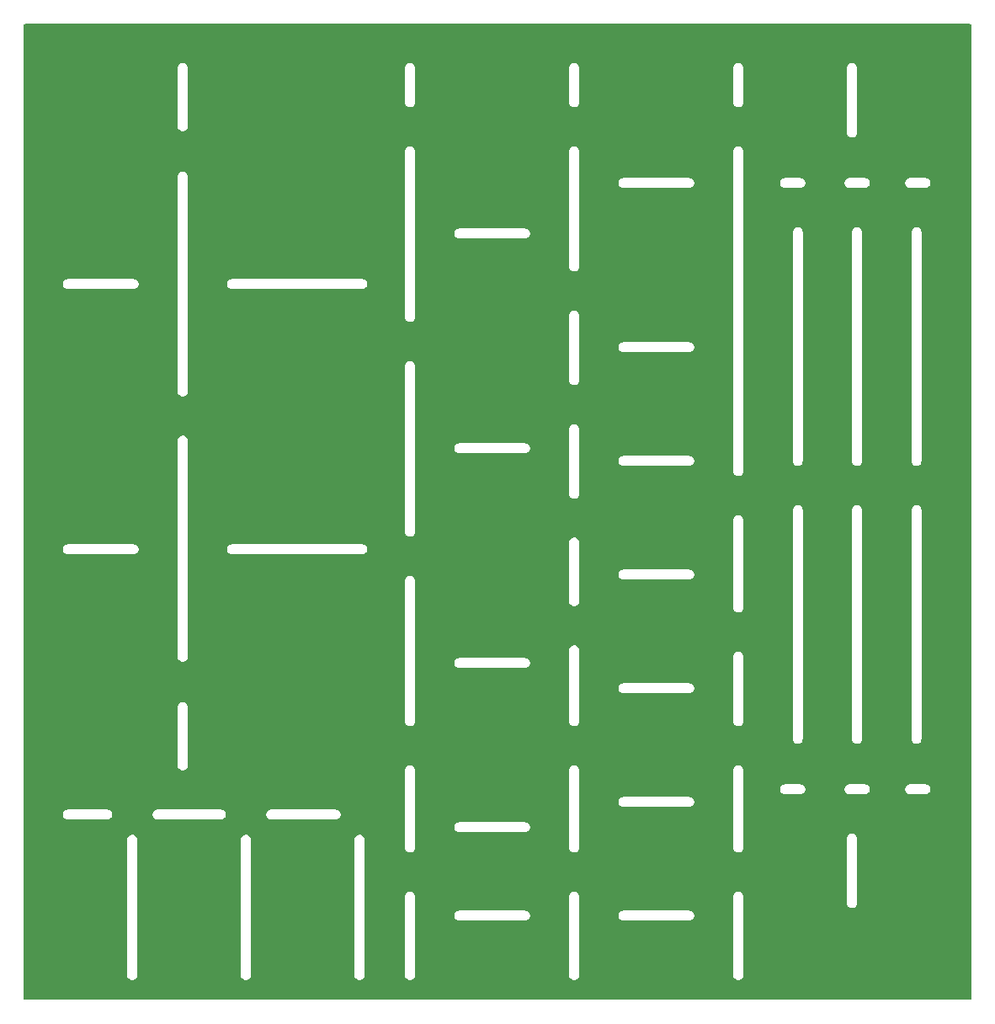
<source format=gts>
G04 #@! TF.GenerationSoftware,KiCad,Pcbnew,7.0.7-7.0.7~ubuntu22.04.1*
G04 #@! TF.CreationDate,2023-09-17T14:22:27+02:00*
G04 #@! TF.ProjectId,100x100mm_all,31303078-3130-4306-9d6d-5f616c6c2e6b,rev?*
G04 #@! TF.SameCoordinates,Original*
G04 #@! TF.FileFunction,Soldermask,Top*
G04 #@! TF.FilePolarity,Negative*
%FSLAX46Y46*%
G04 Gerber Fmt 4.6, Leading zero omitted, Abs format (unit mm)*
G04 Created by KiCad (PCBNEW 7.0.7-7.0.7~ubuntu22.04.1) date 2023-09-17 14:22:27*
%MOMM*%
%LPD*%
G01*
G04 APERTURE LIST*
G04 APERTURE END LIST*
G36*
X185921121Y-50439002D02*
G01*
X185967614Y-50492658D01*
X185979000Y-50545000D01*
X185979000Y-148388000D01*
X185958998Y-148456121D01*
X185905342Y-148502614D01*
X185853000Y-148514000D01*
X90804000Y-148514000D01*
X90735879Y-148493998D01*
X90689386Y-148440342D01*
X90678000Y-148388000D01*
X90678000Y-146050006D01*
X101092000Y-146050006D01*
X101112576Y-146193113D01*
X101112578Y-146193120D01*
X101172644Y-146324647D01*
X101267331Y-146433921D01*
X101388967Y-146512091D01*
X101388971Y-146512093D01*
X101527704Y-146552829D01*
X101672296Y-146552829D01*
X101811028Y-146512093D01*
X101811032Y-146512091D01*
X101932668Y-146433921D01*
X102027355Y-146324647D01*
X102087421Y-146193120D01*
X102087423Y-146193113D01*
X102107999Y-146050006D01*
X112522000Y-146050006D01*
X112542576Y-146193113D01*
X112542578Y-146193120D01*
X112602644Y-146324647D01*
X112697331Y-146433921D01*
X112818967Y-146512091D01*
X112818971Y-146512093D01*
X112957704Y-146552829D01*
X113102296Y-146552829D01*
X113241028Y-146512093D01*
X113241032Y-146512091D01*
X113362668Y-146433921D01*
X113457355Y-146324647D01*
X113517421Y-146193120D01*
X113517423Y-146193113D01*
X113537999Y-146050006D01*
X123952000Y-146050006D01*
X123972576Y-146193113D01*
X123972578Y-146193120D01*
X124032644Y-146324647D01*
X124127331Y-146433921D01*
X124248967Y-146512091D01*
X124248971Y-146512093D01*
X124387704Y-146552829D01*
X124532296Y-146552829D01*
X124671028Y-146512093D01*
X124671032Y-146512091D01*
X124792668Y-146433921D01*
X124887355Y-146324647D01*
X124947421Y-146193120D01*
X124947423Y-146193113D01*
X124967999Y-146050006D01*
X129032000Y-146050006D01*
X129052576Y-146193113D01*
X129052578Y-146193120D01*
X129112644Y-146324647D01*
X129207331Y-146433921D01*
X129328967Y-146512091D01*
X129328971Y-146512093D01*
X129467704Y-146552829D01*
X129612296Y-146552829D01*
X129751028Y-146512093D01*
X129751032Y-146512091D01*
X129872668Y-146433921D01*
X129967355Y-146324647D01*
X130027421Y-146193120D01*
X130027423Y-146193113D01*
X130047999Y-146050006D01*
X145542000Y-146050006D01*
X145562576Y-146193113D01*
X145562578Y-146193120D01*
X145622644Y-146324647D01*
X145717331Y-146433921D01*
X145838967Y-146512091D01*
X145838971Y-146512093D01*
X145977704Y-146552829D01*
X146122296Y-146552829D01*
X146261028Y-146512093D01*
X146261032Y-146512091D01*
X146382668Y-146433921D01*
X146477355Y-146324647D01*
X146537421Y-146193120D01*
X146537423Y-146193113D01*
X146557999Y-146050006D01*
X162052000Y-146050006D01*
X162072576Y-146193113D01*
X162072578Y-146193120D01*
X162132644Y-146324647D01*
X162227331Y-146433921D01*
X162348967Y-146512091D01*
X162348971Y-146512093D01*
X162487704Y-146552829D01*
X162632296Y-146552829D01*
X162771028Y-146512093D01*
X162771032Y-146512091D01*
X162892668Y-146433921D01*
X162987355Y-146324647D01*
X163047421Y-146193120D01*
X163047423Y-146193113D01*
X163067999Y-146050006D01*
X163068000Y-146050002D01*
X163068000Y-138811006D01*
X173482000Y-138811006D01*
X173502576Y-138954113D01*
X173502578Y-138954120D01*
X173562644Y-139085647D01*
X173657331Y-139194921D01*
X173778967Y-139273091D01*
X173778971Y-139273093D01*
X173917704Y-139313829D01*
X174062296Y-139313829D01*
X174201028Y-139273093D01*
X174201032Y-139273091D01*
X174322668Y-139194921D01*
X174417355Y-139085647D01*
X174477421Y-138954120D01*
X174477423Y-138954113D01*
X174497999Y-138811006D01*
X174498000Y-138811001D01*
X174498000Y-132333998D01*
X174497999Y-132333993D01*
X174477423Y-132190886D01*
X174477421Y-132190879D01*
X174417355Y-132059352D01*
X174322668Y-131950078D01*
X174201032Y-131871908D01*
X174201028Y-131871906D01*
X174062296Y-131831171D01*
X173917704Y-131831171D01*
X173778971Y-131871906D01*
X173778967Y-131871908D01*
X173657331Y-131950078D01*
X173562644Y-132059352D01*
X173502578Y-132190879D01*
X173502576Y-132190886D01*
X173482000Y-132333993D01*
X173482000Y-138811006D01*
X163068000Y-138811006D01*
X163068000Y-138175997D01*
X163067999Y-138175993D01*
X163047423Y-138032886D01*
X163047421Y-138032879D01*
X162987355Y-137901352D01*
X162892668Y-137792078D01*
X162771032Y-137713908D01*
X162771028Y-137713906D01*
X162632296Y-137673171D01*
X162487704Y-137673171D01*
X162348971Y-137713906D01*
X162348967Y-137713908D01*
X162227331Y-137792078D01*
X162132644Y-137901352D01*
X162072578Y-138032879D01*
X162072576Y-138032886D01*
X162052000Y-138175993D01*
X162052000Y-146050006D01*
X146557999Y-146050006D01*
X146558000Y-146050001D01*
X146558000Y-140153296D01*
X150500171Y-140153296D01*
X150540906Y-140292028D01*
X150540908Y-140292032D01*
X150619078Y-140413668D01*
X150728352Y-140508355D01*
X150859879Y-140568421D01*
X150859886Y-140568423D01*
X151002993Y-140588999D01*
X151002998Y-140589000D01*
X157607002Y-140589000D01*
X157607006Y-140588999D01*
X157750113Y-140568423D01*
X157750120Y-140568421D01*
X157881647Y-140508355D01*
X157990921Y-140413668D01*
X158069091Y-140292032D01*
X158069093Y-140292028D01*
X158109829Y-140153296D01*
X158109829Y-140008703D01*
X158069093Y-139869971D01*
X158069091Y-139869967D01*
X157990921Y-139748331D01*
X157881647Y-139653644D01*
X157750120Y-139593578D01*
X157750113Y-139593576D01*
X157607006Y-139573000D01*
X151002993Y-139573000D01*
X150859886Y-139593576D01*
X150859879Y-139593578D01*
X150728352Y-139653644D01*
X150619078Y-139748331D01*
X150540908Y-139869967D01*
X150540906Y-139869971D01*
X150500171Y-140008703D01*
X150500171Y-140153296D01*
X146558000Y-140153296D01*
X146558000Y-138175998D01*
X146557999Y-138175993D01*
X146537423Y-138032886D01*
X146537421Y-138032879D01*
X146477355Y-137901352D01*
X146382668Y-137792078D01*
X146261032Y-137713908D01*
X146261028Y-137713906D01*
X146122296Y-137673171D01*
X145977704Y-137673171D01*
X145838971Y-137713906D01*
X145838967Y-137713908D01*
X145717331Y-137792078D01*
X145622644Y-137901352D01*
X145562578Y-138032879D01*
X145562576Y-138032886D01*
X145542000Y-138175993D01*
X145542000Y-146050006D01*
X130047999Y-146050006D01*
X130048000Y-146050002D01*
X130048000Y-140153296D01*
X133990171Y-140153296D01*
X134030906Y-140292028D01*
X134030908Y-140292032D01*
X134109078Y-140413668D01*
X134218352Y-140508355D01*
X134349879Y-140568421D01*
X134349886Y-140568423D01*
X134492993Y-140588999D01*
X134492998Y-140589000D01*
X141097002Y-140589000D01*
X141097006Y-140588999D01*
X141240113Y-140568423D01*
X141240120Y-140568421D01*
X141371647Y-140508355D01*
X141480921Y-140413668D01*
X141559091Y-140292032D01*
X141559093Y-140292028D01*
X141599829Y-140153296D01*
X141599829Y-140008703D01*
X141559093Y-139869971D01*
X141559091Y-139869967D01*
X141480921Y-139748331D01*
X141371647Y-139653644D01*
X141240120Y-139593578D01*
X141240113Y-139593576D01*
X141097006Y-139573000D01*
X134492993Y-139573000D01*
X134349886Y-139593576D01*
X134349879Y-139593578D01*
X134218352Y-139653644D01*
X134109078Y-139748331D01*
X134030908Y-139869967D01*
X134030906Y-139869971D01*
X133990171Y-140008703D01*
X133990171Y-140153296D01*
X130048000Y-140153296D01*
X130048000Y-138175998D01*
X130047999Y-138175993D01*
X130027423Y-138032886D01*
X130027421Y-138032879D01*
X129967355Y-137901352D01*
X129872668Y-137792078D01*
X129751032Y-137713908D01*
X129751028Y-137713906D01*
X129612296Y-137673171D01*
X129467704Y-137673171D01*
X129328971Y-137713906D01*
X129328967Y-137713908D01*
X129207331Y-137792078D01*
X129112644Y-137901352D01*
X129052578Y-138032879D01*
X129052576Y-138032886D01*
X129032000Y-138175993D01*
X129032000Y-146050006D01*
X124967999Y-146050006D01*
X124968000Y-146050001D01*
X124968000Y-133223006D01*
X129032000Y-133223006D01*
X129052576Y-133366113D01*
X129052578Y-133366120D01*
X129112644Y-133497647D01*
X129207331Y-133606921D01*
X129328967Y-133685091D01*
X129328971Y-133685093D01*
X129467704Y-133725829D01*
X129612296Y-133725829D01*
X129751028Y-133685093D01*
X129751032Y-133685091D01*
X129872668Y-133606921D01*
X129967355Y-133497647D01*
X130027421Y-133366120D01*
X130027423Y-133366113D01*
X130047999Y-133223006D01*
X145542000Y-133223006D01*
X145562576Y-133366113D01*
X145562578Y-133366120D01*
X145622644Y-133497647D01*
X145717331Y-133606921D01*
X145838967Y-133685091D01*
X145838971Y-133685093D01*
X145977704Y-133725829D01*
X146122296Y-133725829D01*
X146261028Y-133685093D01*
X146261032Y-133685091D01*
X146382668Y-133606921D01*
X146477355Y-133497647D01*
X146537421Y-133366120D01*
X146537423Y-133366113D01*
X146557999Y-133223006D01*
X162052000Y-133223006D01*
X162072576Y-133366113D01*
X162072578Y-133366120D01*
X162132644Y-133497647D01*
X162227331Y-133606921D01*
X162348967Y-133685091D01*
X162348971Y-133685093D01*
X162487704Y-133725829D01*
X162632296Y-133725829D01*
X162771028Y-133685093D01*
X162771032Y-133685091D01*
X162892668Y-133606921D01*
X162987355Y-133497647D01*
X163047421Y-133366120D01*
X163047423Y-133366113D01*
X163067999Y-133223006D01*
X163068000Y-133223002D01*
X163068000Y-127453296D01*
X166756171Y-127453296D01*
X166796906Y-127592028D01*
X166796908Y-127592032D01*
X166875078Y-127713668D01*
X166984352Y-127808355D01*
X167115879Y-127868421D01*
X167115886Y-127868423D01*
X167258993Y-127888999D01*
X167258998Y-127889000D01*
X168783002Y-127889000D01*
X168783006Y-127888999D01*
X168926113Y-127868423D01*
X168926120Y-127868421D01*
X169057647Y-127808355D01*
X169166921Y-127713668D01*
X169245091Y-127592032D01*
X169245093Y-127592028D01*
X169285829Y-127453296D01*
X173233170Y-127453296D01*
X173273906Y-127592028D01*
X173273908Y-127592032D01*
X173352078Y-127713668D01*
X173461352Y-127808355D01*
X173592879Y-127868421D01*
X173592886Y-127868423D01*
X173735993Y-127888999D01*
X173735998Y-127889000D01*
X175260002Y-127889000D01*
X175260006Y-127888999D01*
X175403113Y-127868423D01*
X175403120Y-127868421D01*
X175534647Y-127808355D01*
X175643921Y-127713668D01*
X175722091Y-127592032D01*
X175722093Y-127592028D01*
X175762829Y-127453296D01*
X179329170Y-127453296D01*
X179369906Y-127592028D01*
X179369908Y-127592032D01*
X179448078Y-127713668D01*
X179557352Y-127808355D01*
X179688879Y-127868421D01*
X179688886Y-127868423D01*
X179831993Y-127888999D01*
X179831998Y-127889000D01*
X181356002Y-127889000D01*
X181356006Y-127888999D01*
X181499113Y-127868423D01*
X181499120Y-127868421D01*
X181630647Y-127808355D01*
X181739921Y-127713668D01*
X181818091Y-127592032D01*
X181818093Y-127592028D01*
X181858829Y-127453296D01*
X181858829Y-127308703D01*
X181818093Y-127169971D01*
X181818091Y-127169967D01*
X181739921Y-127048331D01*
X181630647Y-126953644D01*
X181499120Y-126893578D01*
X181499113Y-126893576D01*
X181356006Y-126873000D01*
X179831993Y-126873000D01*
X179688886Y-126893576D01*
X179688879Y-126893578D01*
X179557352Y-126953644D01*
X179448078Y-127048331D01*
X179369908Y-127169967D01*
X179369906Y-127169971D01*
X179329170Y-127308703D01*
X179329170Y-127453296D01*
X175762829Y-127453296D01*
X175762829Y-127308703D01*
X175722093Y-127169971D01*
X175722091Y-127169967D01*
X175643921Y-127048331D01*
X175534647Y-126953644D01*
X175403120Y-126893578D01*
X175403113Y-126893576D01*
X175260006Y-126873000D01*
X173735993Y-126873000D01*
X173592886Y-126893576D01*
X173592879Y-126893578D01*
X173461352Y-126953644D01*
X173352078Y-127048331D01*
X173273908Y-127169967D01*
X173273906Y-127169971D01*
X173233170Y-127308703D01*
X173233170Y-127453296D01*
X169285829Y-127453296D01*
X169285829Y-127308703D01*
X169245093Y-127169971D01*
X169245091Y-127169967D01*
X169166921Y-127048331D01*
X169057647Y-126953644D01*
X168926120Y-126893578D01*
X168926113Y-126893576D01*
X168783006Y-126873000D01*
X167258993Y-126873000D01*
X167115886Y-126893576D01*
X167115879Y-126893578D01*
X166984352Y-126953644D01*
X166875078Y-127048331D01*
X166796908Y-127169967D01*
X166796906Y-127169971D01*
X166756171Y-127308703D01*
X166756171Y-127453296D01*
X163068000Y-127453296D01*
X163068000Y-125475998D01*
X163067999Y-125475993D01*
X163047423Y-125332886D01*
X163047421Y-125332879D01*
X162987355Y-125201352D01*
X162892668Y-125092078D01*
X162771032Y-125013908D01*
X162771028Y-125013906D01*
X162632296Y-124973171D01*
X162487704Y-124973171D01*
X162348971Y-125013906D01*
X162348967Y-125013908D01*
X162227331Y-125092078D01*
X162132644Y-125201352D01*
X162072578Y-125332879D01*
X162072576Y-125332886D01*
X162052000Y-125475993D01*
X162052000Y-133223006D01*
X146557999Y-133223006D01*
X146558000Y-133223002D01*
X146558000Y-128723296D01*
X150500171Y-128723296D01*
X150540906Y-128862028D01*
X150540908Y-128862032D01*
X150619078Y-128983668D01*
X150728352Y-129078355D01*
X150859879Y-129138421D01*
X150859886Y-129138423D01*
X151002993Y-129158999D01*
X151002998Y-129159000D01*
X157607002Y-129159000D01*
X157607006Y-129158999D01*
X157750113Y-129138423D01*
X157750120Y-129138421D01*
X157881647Y-129078355D01*
X157990921Y-128983668D01*
X158069091Y-128862032D01*
X158069093Y-128862028D01*
X158109829Y-128723296D01*
X158109829Y-128578703D01*
X158069093Y-128439971D01*
X158069091Y-128439967D01*
X157990921Y-128318331D01*
X157881647Y-128223644D01*
X157750120Y-128163578D01*
X157750113Y-128163576D01*
X157607006Y-128143000D01*
X151002993Y-128143000D01*
X150859886Y-128163576D01*
X150859879Y-128163578D01*
X150728352Y-128223644D01*
X150619078Y-128318331D01*
X150540908Y-128439967D01*
X150540906Y-128439971D01*
X150500171Y-128578703D01*
X150500171Y-128723296D01*
X146558000Y-128723296D01*
X146558000Y-125475997D01*
X146557999Y-125475993D01*
X146537423Y-125332886D01*
X146537421Y-125332879D01*
X146477355Y-125201352D01*
X146382668Y-125092078D01*
X146261032Y-125013908D01*
X146261028Y-125013906D01*
X146122296Y-124973171D01*
X145977704Y-124973171D01*
X145838971Y-125013906D01*
X145838967Y-125013908D01*
X145717331Y-125092078D01*
X145622644Y-125201352D01*
X145562578Y-125332879D01*
X145562576Y-125332886D01*
X145542000Y-125475993D01*
X145542000Y-133223006D01*
X130047999Y-133223006D01*
X130048000Y-133223002D01*
X130048000Y-131263296D01*
X133990171Y-131263296D01*
X134030906Y-131402028D01*
X134030908Y-131402032D01*
X134109078Y-131523668D01*
X134218352Y-131618355D01*
X134349879Y-131678421D01*
X134349886Y-131678423D01*
X134492993Y-131698999D01*
X134492998Y-131699000D01*
X141097002Y-131699000D01*
X141097006Y-131698999D01*
X141240113Y-131678423D01*
X141240120Y-131678421D01*
X141371647Y-131618355D01*
X141480921Y-131523668D01*
X141559091Y-131402032D01*
X141559093Y-131402028D01*
X141599829Y-131263296D01*
X141599829Y-131118703D01*
X141559093Y-130979971D01*
X141559091Y-130979967D01*
X141480921Y-130858331D01*
X141371647Y-130763644D01*
X141240120Y-130703578D01*
X141240113Y-130703576D01*
X141097006Y-130683000D01*
X134492993Y-130683000D01*
X134349886Y-130703576D01*
X134349879Y-130703578D01*
X134218352Y-130763644D01*
X134109078Y-130858331D01*
X134030908Y-130979967D01*
X134030906Y-130979971D01*
X133990171Y-131118703D01*
X133990171Y-131263296D01*
X130048000Y-131263296D01*
X130048000Y-125475997D01*
X130047999Y-125475993D01*
X130027423Y-125332886D01*
X130027421Y-125332879D01*
X129967355Y-125201352D01*
X129872668Y-125092078D01*
X129751032Y-125013908D01*
X129751028Y-125013906D01*
X129612296Y-124973171D01*
X129467704Y-124973171D01*
X129328971Y-125013906D01*
X129328967Y-125013908D01*
X129207331Y-125092078D01*
X129112644Y-125201352D01*
X129052578Y-125332879D01*
X129052576Y-125332886D01*
X129032000Y-125475993D01*
X129032000Y-133223006D01*
X124968000Y-133223006D01*
X124968000Y-132460998D01*
X124967999Y-132460993D01*
X124947423Y-132317886D01*
X124947421Y-132317879D01*
X124887355Y-132186352D01*
X124792668Y-132077078D01*
X124671032Y-131998908D01*
X124671028Y-131998906D01*
X124532296Y-131958171D01*
X124387704Y-131958171D01*
X124248971Y-131998906D01*
X124248967Y-131998908D01*
X124127331Y-132077078D01*
X124032644Y-132186352D01*
X123972578Y-132317879D01*
X123972576Y-132317886D01*
X123952000Y-132460993D01*
X123952000Y-146050006D01*
X113537999Y-146050006D01*
X113538000Y-146050001D01*
X113538000Y-132460998D01*
X113537999Y-132460993D01*
X113517423Y-132317886D01*
X113517421Y-132317879D01*
X113457355Y-132186352D01*
X113362668Y-132077078D01*
X113241032Y-131998908D01*
X113241028Y-131998906D01*
X113102296Y-131958171D01*
X112957704Y-131958171D01*
X112818971Y-131998906D01*
X112818967Y-131998908D01*
X112697331Y-132077078D01*
X112602644Y-132186352D01*
X112542578Y-132317879D01*
X112542576Y-132317886D01*
X112522000Y-132460993D01*
X112522000Y-146050006D01*
X102107999Y-146050006D01*
X102108000Y-146050002D01*
X102108000Y-132460997D01*
X102107999Y-132460993D01*
X102087423Y-132317886D01*
X102087421Y-132317879D01*
X102027355Y-132186352D01*
X101932668Y-132077078D01*
X101811032Y-131998908D01*
X101811028Y-131998906D01*
X101672296Y-131958171D01*
X101527704Y-131958171D01*
X101388971Y-131998906D01*
X101388967Y-131998908D01*
X101267331Y-132077078D01*
X101172644Y-132186352D01*
X101112578Y-132317879D01*
X101112576Y-132317886D01*
X101092000Y-132460993D01*
X101092000Y-146050006D01*
X90678000Y-146050006D01*
X90678000Y-129993296D01*
X94620171Y-129993296D01*
X94660906Y-130132028D01*
X94660908Y-130132032D01*
X94739078Y-130253668D01*
X94848352Y-130348355D01*
X94979879Y-130408421D01*
X94979886Y-130408423D01*
X95122993Y-130428999D01*
X95122998Y-130429000D01*
X99060002Y-130429000D01*
X99060006Y-130428999D01*
X99203113Y-130408423D01*
X99203120Y-130408421D01*
X99334647Y-130348355D01*
X99443921Y-130253668D01*
X99522091Y-130132032D01*
X99522093Y-130132028D01*
X99562829Y-129993296D01*
X103637171Y-129993296D01*
X103677906Y-130132028D01*
X103677908Y-130132032D01*
X103756078Y-130253668D01*
X103865352Y-130348355D01*
X103996879Y-130408421D01*
X103996886Y-130408423D01*
X104139993Y-130428999D01*
X104139998Y-130429000D01*
X110490002Y-130429000D01*
X110490006Y-130428999D01*
X110633113Y-130408423D01*
X110633120Y-130408421D01*
X110764647Y-130348355D01*
X110873921Y-130253668D01*
X110952091Y-130132032D01*
X110952093Y-130132028D01*
X110992829Y-129993296D01*
X115067171Y-129993296D01*
X115107906Y-130132028D01*
X115107908Y-130132032D01*
X115186078Y-130253668D01*
X115295352Y-130348355D01*
X115426879Y-130408421D01*
X115426886Y-130408423D01*
X115569993Y-130428999D01*
X115569998Y-130429000D01*
X122047002Y-130429000D01*
X122047006Y-130428999D01*
X122190113Y-130408423D01*
X122190120Y-130408421D01*
X122321647Y-130348355D01*
X122430921Y-130253668D01*
X122509091Y-130132032D01*
X122509093Y-130132028D01*
X122549829Y-129993296D01*
X122549829Y-129848703D01*
X122509093Y-129709971D01*
X122509091Y-129709967D01*
X122430921Y-129588331D01*
X122321647Y-129493644D01*
X122190120Y-129433578D01*
X122190113Y-129433576D01*
X122047006Y-129413000D01*
X115569993Y-129413000D01*
X115426886Y-129433576D01*
X115426879Y-129433578D01*
X115295352Y-129493644D01*
X115186078Y-129588331D01*
X115107908Y-129709967D01*
X115107906Y-129709971D01*
X115067171Y-129848703D01*
X115067171Y-129993296D01*
X110992829Y-129993296D01*
X110992829Y-129848703D01*
X110952093Y-129709971D01*
X110952091Y-129709967D01*
X110873921Y-129588331D01*
X110764647Y-129493644D01*
X110633120Y-129433578D01*
X110633113Y-129433576D01*
X110490006Y-129413000D01*
X104139993Y-129413000D01*
X103996886Y-129433576D01*
X103996879Y-129433578D01*
X103865352Y-129493644D01*
X103756078Y-129588331D01*
X103677908Y-129709967D01*
X103677906Y-129709971D01*
X103637171Y-129848703D01*
X103637171Y-129993296D01*
X99562829Y-129993296D01*
X99562829Y-129848703D01*
X99522093Y-129709971D01*
X99522091Y-129709967D01*
X99443921Y-129588331D01*
X99334647Y-129493644D01*
X99203120Y-129433578D01*
X99203113Y-129433576D01*
X99060006Y-129413000D01*
X95122993Y-129413000D01*
X94979886Y-129433576D01*
X94979879Y-129433578D01*
X94848352Y-129493644D01*
X94739078Y-129588331D01*
X94660908Y-129709967D01*
X94660906Y-129709971D01*
X94620171Y-129848703D01*
X94620171Y-129993296D01*
X90678000Y-129993296D01*
X90678000Y-124968006D01*
X106172000Y-124968006D01*
X106192576Y-125111113D01*
X106192578Y-125111120D01*
X106252644Y-125242647D01*
X106347331Y-125351921D01*
X106468967Y-125430091D01*
X106468971Y-125430093D01*
X106607704Y-125470829D01*
X106752296Y-125470829D01*
X106891028Y-125430093D01*
X106891032Y-125430091D01*
X107012668Y-125351921D01*
X107107355Y-125242647D01*
X107167421Y-125111120D01*
X107167423Y-125111113D01*
X107187999Y-124968006D01*
X107188000Y-124968001D01*
X107188000Y-122301006D01*
X168021000Y-122301006D01*
X168041576Y-122444113D01*
X168041578Y-122444120D01*
X168101644Y-122575647D01*
X168196331Y-122684921D01*
X168317967Y-122763091D01*
X168317971Y-122763093D01*
X168456704Y-122803829D01*
X168601296Y-122803829D01*
X168740028Y-122763093D01*
X168740032Y-122763091D01*
X168861668Y-122684921D01*
X168956355Y-122575647D01*
X169016421Y-122444120D01*
X169016423Y-122444113D01*
X169036999Y-122301006D01*
X173990000Y-122301006D01*
X174010576Y-122444113D01*
X174010578Y-122444120D01*
X174070644Y-122575647D01*
X174165331Y-122684921D01*
X174286967Y-122763091D01*
X174286971Y-122763093D01*
X174425704Y-122803829D01*
X174570296Y-122803829D01*
X174709028Y-122763093D01*
X174709032Y-122763091D01*
X174830668Y-122684921D01*
X174925355Y-122575647D01*
X174985421Y-122444120D01*
X174985423Y-122444113D01*
X175005999Y-122301006D01*
X179959000Y-122301006D01*
X179979576Y-122444113D01*
X179979578Y-122444120D01*
X180039644Y-122575647D01*
X180134331Y-122684921D01*
X180255967Y-122763091D01*
X180255971Y-122763093D01*
X180394704Y-122803829D01*
X180539296Y-122803829D01*
X180678028Y-122763093D01*
X180678032Y-122763091D01*
X180799668Y-122684921D01*
X180894355Y-122575647D01*
X180954421Y-122444120D01*
X180954423Y-122444113D01*
X180974999Y-122301006D01*
X180975000Y-122301001D01*
X180975000Y-99313998D01*
X180974999Y-99313993D01*
X180954423Y-99170886D01*
X180954421Y-99170879D01*
X180894355Y-99039352D01*
X180799668Y-98930078D01*
X180678032Y-98851908D01*
X180678028Y-98851906D01*
X180539296Y-98811171D01*
X180394704Y-98811171D01*
X180255971Y-98851906D01*
X180255967Y-98851908D01*
X180134331Y-98930078D01*
X180039644Y-99039352D01*
X179979578Y-99170879D01*
X179979576Y-99170886D01*
X179959000Y-99313993D01*
X179959000Y-122301006D01*
X175005999Y-122301006D01*
X175006000Y-122301001D01*
X175006000Y-99313997D01*
X175005999Y-99313993D01*
X174985423Y-99170886D01*
X174985421Y-99170879D01*
X174925355Y-99039352D01*
X174830668Y-98930078D01*
X174709032Y-98851908D01*
X174709028Y-98851906D01*
X174570296Y-98811171D01*
X174425704Y-98811171D01*
X174286971Y-98851906D01*
X174286967Y-98851908D01*
X174165331Y-98930078D01*
X174070644Y-99039352D01*
X174010578Y-99170879D01*
X174010576Y-99170886D01*
X173990000Y-99313993D01*
X173990000Y-122301006D01*
X169036999Y-122301006D01*
X169037000Y-122301001D01*
X169037000Y-99313997D01*
X169036999Y-99313993D01*
X169016423Y-99170886D01*
X169016421Y-99170879D01*
X168956355Y-99039352D01*
X168861668Y-98930078D01*
X168740032Y-98851908D01*
X168740028Y-98851906D01*
X168601296Y-98811171D01*
X168456704Y-98811171D01*
X168317971Y-98851906D01*
X168317967Y-98851908D01*
X168196331Y-98930078D01*
X168101644Y-99039352D01*
X168041578Y-99170879D01*
X168041576Y-99170886D01*
X168021000Y-99313993D01*
X168021000Y-122301006D01*
X107188000Y-122301006D01*
X107188000Y-120523006D01*
X129032000Y-120523006D01*
X129052576Y-120666113D01*
X129052578Y-120666120D01*
X129112644Y-120797647D01*
X129207331Y-120906921D01*
X129328967Y-120985091D01*
X129328971Y-120985093D01*
X129467704Y-121025829D01*
X129612296Y-121025829D01*
X129751028Y-120985093D01*
X129751032Y-120985091D01*
X129872668Y-120906921D01*
X129967355Y-120797647D01*
X130027421Y-120666120D01*
X130027423Y-120666113D01*
X130047999Y-120523006D01*
X145542000Y-120523006D01*
X145562576Y-120666113D01*
X145562578Y-120666120D01*
X145622644Y-120797647D01*
X145717331Y-120906921D01*
X145838967Y-120985091D01*
X145838971Y-120985093D01*
X145977704Y-121025829D01*
X146122296Y-121025829D01*
X146261028Y-120985093D01*
X146261032Y-120985091D01*
X146382668Y-120906921D01*
X146477355Y-120797647D01*
X146537421Y-120666120D01*
X146537423Y-120666113D01*
X146557999Y-120523006D01*
X162052000Y-120523006D01*
X162072576Y-120666113D01*
X162072578Y-120666120D01*
X162132644Y-120797647D01*
X162227331Y-120906921D01*
X162348967Y-120985091D01*
X162348971Y-120985093D01*
X162487704Y-121025829D01*
X162632296Y-121025829D01*
X162771028Y-120985093D01*
X162771032Y-120985091D01*
X162892668Y-120906921D01*
X162987355Y-120797647D01*
X163047421Y-120666120D01*
X163047423Y-120666113D01*
X163067999Y-120523006D01*
X163068000Y-120523002D01*
X163068000Y-114045997D01*
X163067999Y-114045993D01*
X163047423Y-113902886D01*
X163047421Y-113902879D01*
X162987355Y-113771352D01*
X162892668Y-113662078D01*
X162771032Y-113583908D01*
X162771028Y-113583906D01*
X162632296Y-113543171D01*
X162487704Y-113543171D01*
X162348971Y-113583906D01*
X162348967Y-113583908D01*
X162227331Y-113662078D01*
X162132644Y-113771352D01*
X162072578Y-113902879D01*
X162072576Y-113902886D01*
X162052000Y-114045993D01*
X162052000Y-120523006D01*
X146557999Y-120523006D01*
X146558000Y-120523001D01*
X146558000Y-117293296D01*
X150500171Y-117293296D01*
X150540906Y-117432028D01*
X150540908Y-117432032D01*
X150619078Y-117553668D01*
X150728352Y-117648355D01*
X150859879Y-117708421D01*
X150859886Y-117708423D01*
X151002993Y-117728999D01*
X151002998Y-117729000D01*
X157607002Y-117729000D01*
X157607006Y-117728999D01*
X157750113Y-117708423D01*
X157750120Y-117708421D01*
X157881647Y-117648355D01*
X157990921Y-117553668D01*
X158069091Y-117432032D01*
X158069093Y-117432028D01*
X158109829Y-117293296D01*
X158109829Y-117148703D01*
X158069093Y-117009971D01*
X158069091Y-117009967D01*
X157990921Y-116888331D01*
X157881647Y-116793644D01*
X157750120Y-116733578D01*
X157750113Y-116733576D01*
X157607006Y-116713000D01*
X151002993Y-116713000D01*
X150859886Y-116733576D01*
X150859879Y-116733578D01*
X150728352Y-116793644D01*
X150619078Y-116888331D01*
X150540908Y-117009967D01*
X150540906Y-117009971D01*
X150500171Y-117148703D01*
X150500171Y-117293296D01*
X146558000Y-117293296D01*
X146558000Y-113410998D01*
X146557999Y-113410993D01*
X146537423Y-113267886D01*
X146537421Y-113267879D01*
X146477355Y-113136352D01*
X146382668Y-113027078D01*
X146261032Y-112948908D01*
X146261028Y-112948906D01*
X146122296Y-112908171D01*
X145977704Y-112908171D01*
X145838971Y-112948906D01*
X145838967Y-112948908D01*
X145717331Y-113027078D01*
X145622644Y-113136352D01*
X145562578Y-113267879D01*
X145562576Y-113267886D01*
X145542000Y-113410993D01*
X145542000Y-120523006D01*
X130047999Y-120523006D01*
X130048000Y-120523002D01*
X130048000Y-114753296D01*
X133990171Y-114753296D01*
X134030906Y-114892028D01*
X134030908Y-114892032D01*
X134109078Y-115013668D01*
X134218352Y-115108355D01*
X134349879Y-115168421D01*
X134349886Y-115168423D01*
X134492993Y-115188999D01*
X134492998Y-115189000D01*
X141097002Y-115189000D01*
X141097006Y-115188999D01*
X141240113Y-115168423D01*
X141240120Y-115168421D01*
X141371647Y-115108355D01*
X141480921Y-115013668D01*
X141559091Y-114892032D01*
X141559093Y-114892028D01*
X141599829Y-114753296D01*
X141599829Y-114608703D01*
X141559093Y-114469971D01*
X141559091Y-114469967D01*
X141480921Y-114348331D01*
X141371647Y-114253644D01*
X141240120Y-114193578D01*
X141240113Y-114193576D01*
X141097006Y-114173000D01*
X134492993Y-114173000D01*
X134349886Y-114193576D01*
X134349879Y-114193578D01*
X134218352Y-114253644D01*
X134109078Y-114348331D01*
X134030908Y-114469967D01*
X134030906Y-114469971D01*
X133990171Y-114608703D01*
X133990171Y-114753296D01*
X130048000Y-114753296D01*
X130048000Y-109093006D01*
X162052000Y-109093006D01*
X162072576Y-109236113D01*
X162072578Y-109236120D01*
X162132644Y-109367647D01*
X162227331Y-109476921D01*
X162348967Y-109555091D01*
X162348971Y-109555093D01*
X162487704Y-109595829D01*
X162632296Y-109595829D01*
X162771028Y-109555093D01*
X162771032Y-109555091D01*
X162892668Y-109476921D01*
X162987355Y-109367647D01*
X163047421Y-109236120D01*
X163047423Y-109236113D01*
X163067999Y-109093006D01*
X163068000Y-109093001D01*
X163068000Y-100329998D01*
X163067999Y-100329993D01*
X163047423Y-100186886D01*
X163047421Y-100186879D01*
X162987355Y-100055352D01*
X162892668Y-99946078D01*
X162771032Y-99867908D01*
X162771028Y-99867906D01*
X162632296Y-99827171D01*
X162487704Y-99827171D01*
X162348971Y-99867906D01*
X162348967Y-99867908D01*
X162227331Y-99946078D01*
X162132644Y-100055352D01*
X162072578Y-100186879D01*
X162072576Y-100186886D01*
X162052000Y-100329993D01*
X162052000Y-109093006D01*
X130048000Y-109093006D01*
X130048000Y-108458006D01*
X145542000Y-108458006D01*
X145562576Y-108601113D01*
X145562578Y-108601120D01*
X145622644Y-108732647D01*
X145717331Y-108841921D01*
X145838967Y-108920091D01*
X145838971Y-108920093D01*
X145977704Y-108960829D01*
X146122296Y-108960829D01*
X146261028Y-108920093D01*
X146261032Y-108920091D01*
X146382668Y-108841921D01*
X146477355Y-108732647D01*
X146537421Y-108601120D01*
X146537423Y-108601113D01*
X146557999Y-108458006D01*
X146558000Y-108458002D01*
X146558000Y-105863296D01*
X150500171Y-105863296D01*
X150540906Y-106002028D01*
X150540908Y-106002032D01*
X150619078Y-106123668D01*
X150728352Y-106218355D01*
X150859879Y-106278421D01*
X150859886Y-106278423D01*
X151002993Y-106298999D01*
X151002998Y-106299000D01*
X157607002Y-106299000D01*
X157607006Y-106298999D01*
X157750113Y-106278423D01*
X157750120Y-106278421D01*
X157881647Y-106218355D01*
X157990921Y-106123668D01*
X158069091Y-106002032D01*
X158069093Y-106002028D01*
X158109829Y-105863296D01*
X158109829Y-105718703D01*
X158069093Y-105579971D01*
X158069091Y-105579967D01*
X157990921Y-105458331D01*
X157881647Y-105363644D01*
X157750120Y-105303578D01*
X157750113Y-105303576D01*
X157607006Y-105283000D01*
X151002993Y-105283000D01*
X150859886Y-105303576D01*
X150859879Y-105303578D01*
X150728352Y-105363644D01*
X150619078Y-105458331D01*
X150540908Y-105579967D01*
X150540906Y-105579971D01*
X150500171Y-105718703D01*
X150500171Y-105863296D01*
X146558000Y-105863296D01*
X146558000Y-102552498D01*
X146557999Y-102552493D01*
X146537423Y-102409386D01*
X146537421Y-102409379D01*
X146477355Y-102277852D01*
X146382668Y-102168578D01*
X146261032Y-102090408D01*
X146261028Y-102090406D01*
X146122296Y-102049671D01*
X145977704Y-102049671D01*
X145838971Y-102090406D01*
X145838967Y-102090408D01*
X145717331Y-102168578D01*
X145622644Y-102277852D01*
X145562578Y-102409379D01*
X145562576Y-102409386D01*
X145542000Y-102552493D01*
X145542000Y-108458006D01*
X130048000Y-108458006D01*
X130048000Y-106425997D01*
X130047999Y-106425993D01*
X130027423Y-106282886D01*
X130027421Y-106282879D01*
X129967355Y-106151352D01*
X129872668Y-106042078D01*
X129751032Y-105963908D01*
X129751028Y-105963906D01*
X129612296Y-105923171D01*
X129467704Y-105923171D01*
X129328971Y-105963906D01*
X129328967Y-105963908D01*
X129207331Y-106042078D01*
X129112644Y-106151352D01*
X129052578Y-106282879D01*
X129052576Y-106282886D01*
X129032000Y-106425993D01*
X129032000Y-120523006D01*
X107188000Y-120523006D01*
X107188000Y-119125998D01*
X107187999Y-119125993D01*
X107167423Y-118982886D01*
X107167421Y-118982879D01*
X107107355Y-118851352D01*
X107012668Y-118742078D01*
X106891032Y-118663908D01*
X106891028Y-118663906D01*
X106752296Y-118623171D01*
X106607704Y-118623171D01*
X106468971Y-118663906D01*
X106468967Y-118663908D01*
X106347331Y-118742078D01*
X106252644Y-118851352D01*
X106192578Y-118982879D01*
X106192576Y-118982886D01*
X106172000Y-119125993D01*
X106172000Y-124968006D01*
X90678000Y-124968006D01*
X90678000Y-114046006D01*
X106172000Y-114046006D01*
X106192576Y-114189113D01*
X106192578Y-114189120D01*
X106252644Y-114320647D01*
X106347331Y-114429921D01*
X106468967Y-114508091D01*
X106468971Y-114508093D01*
X106607704Y-114548829D01*
X106752296Y-114548829D01*
X106891028Y-114508093D01*
X106891032Y-114508091D01*
X107012668Y-114429921D01*
X107107355Y-114320647D01*
X107167421Y-114189120D01*
X107167423Y-114189113D01*
X107187999Y-114046006D01*
X107188000Y-114046002D01*
X107188000Y-103323296D01*
X111130171Y-103323296D01*
X111170906Y-103462028D01*
X111170908Y-103462032D01*
X111249078Y-103583668D01*
X111358352Y-103678355D01*
X111489879Y-103738421D01*
X111489886Y-103738423D01*
X111632993Y-103758999D01*
X111632998Y-103759000D01*
X124714002Y-103759000D01*
X124714006Y-103758999D01*
X124857113Y-103738423D01*
X124857120Y-103738421D01*
X124988647Y-103678355D01*
X125097921Y-103583668D01*
X125176091Y-103462032D01*
X125176093Y-103462028D01*
X125216829Y-103323296D01*
X125216829Y-103178703D01*
X125176093Y-103039971D01*
X125176091Y-103039967D01*
X125097921Y-102918331D01*
X124988647Y-102823644D01*
X124857120Y-102763578D01*
X124857113Y-102763576D01*
X124714006Y-102743000D01*
X111632993Y-102743000D01*
X111489886Y-102763576D01*
X111489879Y-102763578D01*
X111358352Y-102823644D01*
X111249078Y-102918331D01*
X111170908Y-103039967D01*
X111170906Y-103039971D01*
X111130171Y-103178703D01*
X111130171Y-103323296D01*
X107188000Y-103323296D01*
X107188000Y-101473006D01*
X129032000Y-101473006D01*
X129052576Y-101616113D01*
X129052578Y-101616120D01*
X129112644Y-101747647D01*
X129207331Y-101856921D01*
X129328967Y-101935091D01*
X129328971Y-101935093D01*
X129467704Y-101975829D01*
X129612296Y-101975829D01*
X129751028Y-101935093D01*
X129751032Y-101935091D01*
X129872668Y-101856921D01*
X129967355Y-101747647D01*
X130027421Y-101616120D01*
X130027423Y-101616113D01*
X130047999Y-101473006D01*
X130048000Y-101473002D01*
X130048000Y-97663006D01*
X145542000Y-97663006D01*
X145562576Y-97806113D01*
X145562578Y-97806120D01*
X145622644Y-97937647D01*
X145717331Y-98046921D01*
X145838967Y-98125091D01*
X145838971Y-98125093D01*
X145977704Y-98165829D01*
X146122296Y-98165829D01*
X146261028Y-98125093D01*
X146261032Y-98125091D01*
X146382668Y-98046921D01*
X146477355Y-97937647D01*
X146537421Y-97806120D01*
X146537423Y-97806113D01*
X146557999Y-97663006D01*
X146558000Y-97663002D01*
X146558000Y-95377006D01*
X162052000Y-95377006D01*
X162072576Y-95520113D01*
X162072578Y-95520120D01*
X162132644Y-95651647D01*
X162227331Y-95760921D01*
X162348967Y-95839091D01*
X162348971Y-95839093D01*
X162487704Y-95879829D01*
X162632296Y-95879829D01*
X162771028Y-95839093D01*
X162771032Y-95839091D01*
X162892668Y-95760921D01*
X162987355Y-95651647D01*
X163047421Y-95520120D01*
X163047423Y-95520113D01*
X163067999Y-95377006D01*
X163068000Y-95377001D01*
X163068000Y-94361006D01*
X168021000Y-94361006D01*
X168041576Y-94504113D01*
X168041578Y-94504120D01*
X168101644Y-94635647D01*
X168196331Y-94744921D01*
X168317967Y-94823091D01*
X168317971Y-94823093D01*
X168456704Y-94863829D01*
X168601296Y-94863829D01*
X168740028Y-94823093D01*
X168740032Y-94823091D01*
X168861668Y-94744921D01*
X168956355Y-94635647D01*
X169016421Y-94504120D01*
X169016423Y-94504113D01*
X169036999Y-94361006D01*
X173990000Y-94361006D01*
X174010576Y-94504113D01*
X174010578Y-94504120D01*
X174070644Y-94635647D01*
X174165331Y-94744921D01*
X174286967Y-94823091D01*
X174286971Y-94823093D01*
X174425704Y-94863829D01*
X174570296Y-94863829D01*
X174709028Y-94823093D01*
X174709032Y-94823091D01*
X174830668Y-94744921D01*
X174925355Y-94635647D01*
X174985421Y-94504120D01*
X174985423Y-94504113D01*
X175005999Y-94361006D01*
X179959000Y-94361006D01*
X179979576Y-94504113D01*
X179979578Y-94504120D01*
X180039644Y-94635647D01*
X180134331Y-94744921D01*
X180255967Y-94823091D01*
X180255971Y-94823093D01*
X180394704Y-94863829D01*
X180539296Y-94863829D01*
X180678028Y-94823093D01*
X180678032Y-94823091D01*
X180799668Y-94744921D01*
X180894355Y-94635647D01*
X180954421Y-94504120D01*
X180954423Y-94504113D01*
X180974999Y-94361006D01*
X180975000Y-94361002D01*
X180975000Y-71373998D01*
X180974999Y-71373993D01*
X180954423Y-71230886D01*
X180954421Y-71230879D01*
X180894355Y-71099352D01*
X180799668Y-70990078D01*
X180678032Y-70911908D01*
X180678028Y-70911906D01*
X180539296Y-70871171D01*
X180394704Y-70871171D01*
X180255971Y-70911906D01*
X180255967Y-70911908D01*
X180134331Y-70990078D01*
X180039644Y-71099352D01*
X179979578Y-71230879D01*
X179979576Y-71230886D01*
X179959000Y-71373993D01*
X179959000Y-94361006D01*
X175005999Y-94361006D01*
X175006000Y-94361001D01*
X175006000Y-71373998D01*
X175005999Y-71373993D01*
X174985423Y-71230886D01*
X174985421Y-71230879D01*
X174925355Y-71099352D01*
X174830668Y-70990078D01*
X174709032Y-70911908D01*
X174709028Y-70911906D01*
X174570296Y-70871171D01*
X174425704Y-70871171D01*
X174286971Y-70911906D01*
X174286967Y-70911908D01*
X174165331Y-70990078D01*
X174070644Y-71099352D01*
X174010578Y-71230879D01*
X174010576Y-71230886D01*
X173990000Y-71373993D01*
X173990000Y-94361006D01*
X169036999Y-94361006D01*
X169037000Y-94361002D01*
X169037000Y-71373998D01*
X169036999Y-71373993D01*
X169016423Y-71230886D01*
X169016421Y-71230879D01*
X168956355Y-71099352D01*
X168861668Y-70990078D01*
X168740032Y-70911908D01*
X168740028Y-70911906D01*
X168601296Y-70871171D01*
X168456704Y-70871171D01*
X168317971Y-70911906D01*
X168317967Y-70911908D01*
X168196331Y-70990078D01*
X168101644Y-71099352D01*
X168041578Y-71230879D01*
X168041576Y-71230886D01*
X168021000Y-71373993D01*
X168021000Y-94361006D01*
X163068000Y-94361006D01*
X163068000Y-66493296D01*
X166756171Y-66493296D01*
X166796906Y-66632028D01*
X166796908Y-66632032D01*
X166875078Y-66753668D01*
X166984352Y-66848355D01*
X167115879Y-66908421D01*
X167115886Y-66908423D01*
X167258993Y-66928999D01*
X167258998Y-66929000D01*
X168783002Y-66929000D01*
X168783006Y-66928999D01*
X168926113Y-66908423D01*
X168926120Y-66908421D01*
X169057647Y-66848355D01*
X169166921Y-66753668D01*
X169245091Y-66632032D01*
X169245093Y-66632028D01*
X169285829Y-66493296D01*
X173233170Y-66493296D01*
X173273906Y-66632028D01*
X173273908Y-66632032D01*
X173352078Y-66753668D01*
X173461352Y-66848355D01*
X173592879Y-66908421D01*
X173592886Y-66908423D01*
X173735993Y-66928999D01*
X173735998Y-66929000D01*
X175260002Y-66929000D01*
X175260006Y-66928999D01*
X175403113Y-66908423D01*
X175403120Y-66908421D01*
X175534647Y-66848355D01*
X175643921Y-66753668D01*
X175722091Y-66632032D01*
X175722093Y-66632028D01*
X175762829Y-66493296D01*
X179329170Y-66493296D01*
X179369906Y-66632028D01*
X179369908Y-66632032D01*
X179448078Y-66753668D01*
X179557352Y-66848355D01*
X179688879Y-66908421D01*
X179688886Y-66908423D01*
X179831993Y-66928999D01*
X179831998Y-66929000D01*
X181356002Y-66929000D01*
X181356006Y-66928999D01*
X181499113Y-66908423D01*
X181499120Y-66908421D01*
X181630647Y-66848355D01*
X181739921Y-66753668D01*
X181818091Y-66632032D01*
X181818093Y-66632028D01*
X181858829Y-66493296D01*
X181858829Y-66348703D01*
X181818093Y-66209971D01*
X181818091Y-66209967D01*
X181739921Y-66088331D01*
X181630647Y-65993644D01*
X181499120Y-65933578D01*
X181499113Y-65933576D01*
X181356006Y-65913000D01*
X179831993Y-65913000D01*
X179688886Y-65933576D01*
X179688879Y-65933578D01*
X179557352Y-65993644D01*
X179448078Y-66088331D01*
X179369908Y-66209967D01*
X179369906Y-66209971D01*
X179329170Y-66348703D01*
X179329170Y-66493296D01*
X175762829Y-66493296D01*
X175762829Y-66348703D01*
X175722093Y-66209971D01*
X175722091Y-66209967D01*
X175643921Y-66088331D01*
X175534647Y-65993644D01*
X175403120Y-65933578D01*
X175403113Y-65933576D01*
X175260006Y-65913000D01*
X173735993Y-65913000D01*
X173592886Y-65933576D01*
X173592879Y-65933578D01*
X173461352Y-65993644D01*
X173352078Y-66088331D01*
X173273908Y-66209967D01*
X173273906Y-66209971D01*
X173233170Y-66348703D01*
X173233170Y-66493296D01*
X169285829Y-66493296D01*
X169285829Y-66348703D01*
X169245093Y-66209971D01*
X169245091Y-66209967D01*
X169166921Y-66088331D01*
X169057647Y-65993644D01*
X168926120Y-65933578D01*
X168926113Y-65933576D01*
X168783006Y-65913000D01*
X167258993Y-65913000D01*
X167115886Y-65933576D01*
X167115879Y-65933578D01*
X166984352Y-65993644D01*
X166875078Y-66088331D01*
X166796908Y-66209967D01*
X166796906Y-66209971D01*
X166756171Y-66348703D01*
X166756171Y-66493296D01*
X163068000Y-66493296D01*
X163068000Y-63245997D01*
X163067999Y-63245993D01*
X163047423Y-63102886D01*
X163047421Y-63102879D01*
X162987355Y-62971352D01*
X162892668Y-62862078D01*
X162771032Y-62783908D01*
X162771028Y-62783906D01*
X162632296Y-62743171D01*
X162487704Y-62743171D01*
X162348971Y-62783906D01*
X162348967Y-62783908D01*
X162227331Y-62862078D01*
X162132644Y-62971352D01*
X162072578Y-63102879D01*
X162072576Y-63102886D01*
X162052000Y-63245993D01*
X162052000Y-95377006D01*
X146558000Y-95377006D01*
X146558000Y-94433296D01*
X150500171Y-94433296D01*
X150540906Y-94572028D01*
X150540908Y-94572032D01*
X150619078Y-94693668D01*
X150728352Y-94788355D01*
X150859879Y-94848421D01*
X150859886Y-94848423D01*
X151002993Y-94868999D01*
X151002998Y-94869000D01*
X157607002Y-94869000D01*
X157607006Y-94868999D01*
X157750113Y-94848423D01*
X157750120Y-94848421D01*
X157881647Y-94788355D01*
X157990921Y-94693668D01*
X158069091Y-94572032D01*
X158069093Y-94572028D01*
X158109829Y-94433296D01*
X158109829Y-94288703D01*
X158069093Y-94149971D01*
X158069091Y-94149967D01*
X157990921Y-94028331D01*
X157881647Y-93933644D01*
X157750120Y-93873578D01*
X157750113Y-93873576D01*
X157607006Y-93853000D01*
X151002993Y-93853000D01*
X150859886Y-93873576D01*
X150859879Y-93873578D01*
X150728352Y-93933644D01*
X150619078Y-94028331D01*
X150540908Y-94149967D01*
X150540906Y-94149971D01*
X150500171Y-94288703D01*
X150500171Y-94433296D01*
X146558000Y-94433296D01*
X146558000Y-91185997D01*
X146557999Y-91185993D01*
X146537423Y-91042886D01*
X146537421Y-91042879D01*
X146477355Y-90911352D01*
X146382668Y-90802078D01*
X146261032Y-90723908D01*
X146261028Y-90723906D01*
X146122296Y-90683171D01*
X145977704Y-90683171D01*
X145838971Y-90723906D01*
X145838967Y-90723908D01*
X145717331Y-90802078D01*
X145622644Y-90911352D01*
X145562578Y-91042879D01*
X145562576Y-91042886D01*
X145542000Y-91185993D01*
X145542000Y-97663006D01*
X130048000Y-97663006D01*
X130048000Y-93163296D01*
X133990171Y-93163296D01*
X134030906Y-93302028D01*
X134030908Y-93302032D01*
X134109078Y-93423668D01*
X134218352Y-93518355D01*
X134349879Y-93578421D01*
X134349886Y-93578423D01*
X134492993Y-93598999D01*
X134492998Y-93599000D01*
X141097002Y-93599000D01*
X141097006Y-93598999D01*
X141240113Y-93578423D01*
X141240120Y-93578421D01*
X141371647Y-93518355D01*
X141480921Y-93423668D01*
X141559091Y-93302032D01*
X141559093Y-93302028D01*
X141599829Y-93163296D01*
X141599829Y-93018703D01*
X141559093Y-92879971D01*
X141559091Y-92879967D01*
X141480921Y-92758331D01*
X141371647Y-92663644D01*
X141240120Y-92603578D01*
X141240113Y-92603576D01*
X141097006Y-92583000D01*
X134492993Y-92583000D01*
X134349886Y-92603576D01*
X134349879Y-92603578D01*
X134218352Y-92663644D01*
X134109078Y-92758331D01*
X134030908Y-92879967D01*
X134030906Y-92879971D01*
X133990171Y-93018703D01*
X133990171Y-93163296D01*
X130048000Y-93163296D01*
X130048000Y-86233006D01*
X145542000Y-86233006D01*
X145562576Y-86376113D01*
X145562578Y-86376120D01*
X145622644Y-86507647D01*
X145717331Y-86616921D01*
X145838967Y-86695091D01*
X145838971Y-86695093D01*
X145977704Y-86735829D01*
X146122296Y-86735829D01*
X146261028Y-86695093D01*
X146261032Y-86695091D01*
X146382668Y-86616921D01*
X146477355Y-86507647D01*
X146537421Y-86376120D01*
X146537423Y-86376113D01*
X146557999Y-86233006D01*
X146558000Y-86233002D01*
X146558000Y-83003296D01*
X150500171Y-83003296D01*
X150540906Y-83142028D01*
X150540908Y-83142032D01*
X150619078Y-83263668D01*
X150728352Y-83358355D01*
X150859879Y-83418421D01*
X150859886Y-83418423D01*
X151002993Y-83438999D01*
X151002998Y-83439000D01*
X157607002Y-83439000D01*
X157607006Y-83438999D01*
X157750113Y-83418423D01*
X157750120Y-83418421D01*
X157881647Y-83358355D01*
X157990921Y-83263668D01*
X158069091Y-83142032D01*
X158069093Y-83142028D01*
X158109829Y-83003296D01*
X158109829Y-82858703D01*
X158069093Y-82719971D01*
X158069091Y-82719967D01*
X157990921Y-82598331D01*
X157881647Y-82503644D01*
X157750120Y-82443578D01*
X157750113Y-82443576D01*
X157607006Y-82423000D01*
X151002993Y-82423000D01*
X150859886Y-82443576D01*
X150859879Y-82443578D01*
X150728352Y-82503644D01*
X150619078Y-82598331D01*
X150540908Y-82719967D01*
X150540906Y-82719971D01*
X150500171Y-82858703D01*
X150500171Y-83003296D01*
X146558000Y-83003296D01*
X146558000Y-79755997D01*
X146557999Y-79755993D01*
X146537423Y-79612886D01*
X146537421Y-79612879D01*
X146477355Y-79481352D01*
X146382668Y-79372078D01*
X146261032Y-79293908D01*
X146261028Y-79293906D01*
X146122296Y-79253171D01*
X145977704Y-79253171D01*
X145838971Y-79293906D01*
X145838967Y-79293908D01*
X145717331Y-79372078D01*
X145622644Y-79481352D01*
X145562578Y-79612879D01*
X145562576Y-79612886D01*
X145542000Y-79755993D01*
X145542000Y-86233006D01*
X130048000Y-86233006D01*
X130048000Y-84835998D01*
X130047999Y-84835993D01*
X130027423Y-84692886D01*
X130027421Y-84692879D01*
X129967355Y-84561352D01*
X129872668Y-84452078D01*
X129751032Y-84373908D01*
X129751028Y-84373906D01*
X129612296Y-84333171D01*
X129467704Y-84333171D01*
X129328971Y-84373906D01*
X129328967Y-84373908D01*
X129207331Y-84452078D01*
X129112644Y-84561352D01*
X129052578Y-84692879D01*
X129052576Y-84692886D01*
X129032000Y-84835993D01*
X129032000Y-101473006D01*
X107188000Y-101473006D01*
X107188000Y-92328997D01*
X107187999Y-92328993D01*
X107167423Y-92185886D01*
X107167421Y-92185879D01*
X107107355Y-92054352D01*
X107012668Y-91945078D01*
X106891032Y-91866908D01*
X106891028Y-91866906D01*
X106752296Y-91826171D01*
X106607704Y-91826171D01*
X106468971Y-91866906D01*
X106468967Y-91866908D01*
X106347331Y-91945078D01*
X106252644Y-92054352D01*
X106192578Y-92185879D01*
X106192576Y-92185886D01*
X106172000Y-92328993D01*
X106172000Y-114046006D01*
X90678000Y-114046006D01*
X90678000Y-103323296D01*
X94620171Y-103323296D01*
X94660906Y-103462028D01*
X94660908Y-103462032D01*
X94739078Y-103583668D01*
X94848352Y-103678355D01*
X94979879Y-103738421D01*
X94979886Y-103738423D01*
X95122993Y-103758999D01*
X95122998Y-103759000D01*
X101727002Y-103759000D01*
X101727006Y-103758999D01*
X101870113Y-103738423D01*
X101870120Y-103738421D01*
X102001647Y-103678355D01*
X102110921Y-103583668D01*
X102189091Y-103462032D01*
X102189093Y-103462028D01*
X102229829Y-103323296D01*
X102229829Y-103178703D01*
X102189093Y-103039971D01*
X102189091Y-103039967D01*
X102110921Y-102918331D01*
X102001647Y-102823644D01*
X101870120Y-102763578D01*
X101870113Y-102763576D01*
X101727006Y-102743000D01*
X95122993Y-102743000D01*
X94979886Y-102763576D01*
X94979879Y-102763578D01*
X94848352Y-102823644D01*
X94739078Y-102918331D01*
X94660908Y-103039967D01*
X94660906Y-103039971D01*
X94620171Y-103178703D01*
X94620171Y-103323296D01*
X90678000Y-103323296D01*
X90678000Y-87376006D01*
X106172000Y-87376006D01*
X106192576Y-87519113D01*
X106192578Y-87519120D01*
X106252644Y-87650647D01*
X106347331Y-87759921D01*
X106468967Y-87838091D01*
X106468971Y-87838093D01*
X106607704Y-87878829D01*
X106752296Y-87878829D01*
X106891028Y-87838093D01*
X106891032Y-87838091D01*
X107012668Y-87759921D01*
X107107355Y-87650647D01*
X107167421Y-87519120D01*
X107167423Y-87519113D01*
X107187999Y-87376006D01*
X107188000Y-87376002D01*
X107188000Y-79883006D01*
X129032000Y-79883006D01*
X129052576Y-80026113D01*
X129052578Y-80026120D01*
X129112644Y-80157647D01*
X129207331Y-80266921D01*
X129328967Y-80345091D01*
X129328971Y-80345093D01*
X129467704Y-80385829D01*
X129612296Y-80385829D01*
X129751028Y-80345093D01*
X129751032Y-80345091D01*
X129872668Y-80266921D01*
X129967355Y-80157647D01*
X130027421Y-80026120D01*
X130027423Y-80026113D01*
X130047999Y-79883006D01*
X130048000Y-79883001D01*
X130048000Y-74803006D01*
X145542000Y-74803006D01*
X145562576Y-74946113D01*
X145562578Y-74946120D01*
X145622644Y-75077647D01*
X145717331Y-75186921D01*
X145838967Y-75265091D01*
X145838971Y-75265093D01*
X145977704Y-75305829D01*
X146122296Y-75305829D01*
X146261028Y-75265093D01*
X146261032Y-75265091D01*
X146382668Y-75186921D01*
X146477355Y-75077647D01*
X146537421Y-74946120D01*
X146537423Y-74946113D01*
X146557999Y-74803006D01*
X146558000Y-74803002D01*
X146558000Y-66493296D01*
X150500171Y-66493296D01*
X150540906Y-66632028D01*
X150540908Y-66632032D01*
X150619078Y-66753668D01*
X150728352Y-66848355D01*
X150859879Y-66908421D01*
X150859886Y-66908423D01*
X151002993Y-66928999D01*
X151002998Y-66929000D01*
X157607002Y-66929000D01*
X157607006Y-66928999D01*
X157750113Y-66908423D01*
X157750120Y-66908421D01*
X157881647Y-66848355D01*
X157990921Y-66753668D01*
X158069091Y-66632032D01*
X158069093Y-66632028D01*
X158109829Y-66493296D01*
X158109829Y-66348703D01*
X158069093Y-66209971D01*
X158069091Y-66209967D01*
X157990921Y-66088331D01*
X157881647Y-65993644D01*
X157750120Y-65933578D01*
X157750113Y-65933576D01*
X157607006Y-65913000D01*
X151002993Y-65913000D01*
X150859886Y-65933576D01*
X150859879Y-65933578D01*
X150728352Y-65993644D01*
X150619078Y-66088331D01*
X150540908Y-66209967D01*
X150540906Y-66209971D01*
X150500171Y-66348703D01*
X150500171Y-66493296D01*
X146558000Y-66493296D01*
X146558000Y-63245997D01*
X146557999Y-63245993D01*
X146537423Y-63102886D01*
X146537421Y-63102879D01*
X146477355Y-62971352D01*
X146382668Y-62862078D01*
X146261032Y-62783908D01*
X146261028Y-62783906D01*
X146122296Y-62743171D01*
X145977704Y-62743171D01*
X145838971Y-62783906D01*
X145838967Y-62783908D01*
X145717331Y-62862078D01*
X145622644Y-62971352D01*
X145562578Y-63102879D01*
X145562576Y-63102886D01*
X145542000Y-63245993D01*
X145542000Y-74803006D01*
X130048000Y-74803006D01*
X130048000Y-71573296D01*
X133990171Y-71573296D01*
X134030906Y-71712028D01*
X134030908Y-71712032D01*
X134109078Y-71833668D01*
X134218352Y-71928355D01*
X134349879Y-71988421D01*
X134349886Y-71988423D01*
X134492993Y-72008999D01*
X134492998Y-72009000D01*
X141097002Y-72009000D01*
X141097006Y-72008999D01*
X141240113Y-71988423D01*
X141240120Y-71988421D01*
X141371647Y-71928355D01*
X141480921Y-71833668D01*
X141559091Y-71712032D01*
X141559093Y-71712028D01*
X141599829Y-71573296D01*
X141599829Y-71428703D01*
X141559093Y-71289971D01*
X141559091Y-71289967D01*
X141480921Y-71168331D01*
X141371647Y-71073644D01*
X141240120Y-71013578D01*
X141240113Y-71013576D01*
X141097006Y-70993000D01*
X134492993Y-70993000D01*
X134349886Y-71013576D01*
X134349879Y-71013578D01*
X134218352Y-71073644D01*
X134109078Y-71168331D01*
X134030908Y-71289967D01*
X134030906Y-71289971D01*
X133990171Y-71428703D01*
X133990171Y-71573296D01*
X130048000Y-71573296D01*
X130048000Y-63245998D01*
X130047999Y-63245993D01*
X130027423Y-63102886D01*
X130027421Y-63102879D01*
X129967355Y-62971352D01*
X129872668Y-62862078D01*
X129751032Y-62783908D01*
X129751028Y-62783906D01*
X129612296Y-62743171D01*
X129467704Y-62743171D01*
X129328971Y-62783906D01*
X129328967Y-62783908D01*
X129207331Y-62862078D01*
X129112644Y-62971352D01*
X129052578Y-63102879D01*
X129052576Y-63102886D01*
X129032000Y-63245993D01*
X129032000Y-79883006D01*
X107188000Y-79883006D01*
X107188000Y-76653296D01*
X111130171Y-76653296D01*
X111170906Y-76792028D01*
X111170908Y-76792032D01*
X111249078Y-76913668D01*
X111358352Y-77008355D01*
X111489879Y-77068421D01*
X111489886Y-77068423D01*
X111632993Y-77088999D01*
X111632998Y-77089000D01*
X124714002Y-77089000D01*
X124714006Y-77088999D01*
X124857113Y-77068423D01*
X124857120Y-77068421D01*
X124988647Y-77008355D01*
X125097921Y-76913668D01*
X125176091Y-76792032D01*
X125176093Y-76792028D01*
X125216829Y-76653296D01*
X125216829Y-76508703D01*
X125176093Y-76369971D01*
X125176091Y-76369967D01*
X125097921Y-76248331D01*
X124988647Y-76153644D01*
X124857120Y-76093578D01*
X124857113Y-76093576D01*
X124714006Y-76073000D01*
X111632993Y-76073000D01*
X111489886Y-76093576D01*
X111489879Y-76093578D01*
X111358352Y-76153644D01*
X111249078Y-76248331D01*
X111170908Y-76369967D01*
X111170906Y-76369971D01*
X111130171Y-76508703D01*
X111130171Y-76653296D01*
X107188000Y-76653296D01*
X107188000Y-65785997D01*
X107187999Y-65785993D01*
X107167423Y-65642886D01*
X107167421Y-65642879D01*
X107107355Y-65511352D01*
X107012668Y-65402078D01*
X106891032Y-65323908D01*
X106891028Y-65323906D01*
X106752296Y-65283171D01*
X106607704Y-65283171D01*
X106468971Y-65323906D01*
X106468967Y-65323908D01*
X106347331Y-65402078D01*
X106252644Y-65511352D01*
X106192578Y-65642879D01*
X106192576Y-65642886D01*
X106172000Y-65785993D01*
X106172000Y-87376006D01*
X90678000Y-87376006D01*
X90678000Y-76653296D01*
X94620171Y-76653296D01*
X94660906Y-76792028D01*
X94660908Y-76792032D01*
X94739078Y-76913668D01*
X94848352Y-77008355D01*
X94979879Y-77068421D01*
X94979886Y-77068423D01*
X95122993Y-77088999D01*
X95122998Y-77089000D01*
X101727002Y-77089000D01*
X101727006Y-77088999D01*
X101870113Y-77068423D01*
X101870120Y-77068421D01*
X102001647Y-77008355D01*
X102110921Y-76913668D01*
X102189091Y-76792032D01*
X102189093Y-76792028D01*
X102229829Y-76653296D01*
X102229829Y-76508703D01*
X102189093Y-76369971D01*
X102189091Y-76369967D01*
X102110921Y-76248331D01*
X102001647Y-76153644D01*
X101870120Y-76093578D01*
X101870113Y-76093576D01*
X101727006Y-76073000D01*
X95122993Y-76073000D01*
X94979886Y-76093576D01*
X94979879Y-76093578D01*
X94848352Y-76153644D01*
X94739078Y-76248331D01*
X94660908Y-76369967D01*
X94660906Y-76369971D01*
X94620171Y-76508703D01*
X94620171Y-76653296D01*
X90678000Y-76653296D01*
X90678000Y-61341006D01*
X173482000Y-61341006D01*
X173502576Y-61484113D01*
X173502578Y-61484120D01*
X173562644Y-61615647D01*
X173657331Y-61724921D01*
X173778967Y-61803091D01*
X173778971Y-61803093D01*
X173917704Y-61843829D01*
X174062296Y-61843829D01*
X174201028Y-61803093D01*
X174201032Y-61803091D01*
X174322668Y-61724921D01*
X174417355Y-61615647D01*
X174477421Y-61484120D01*
X174477423Y-61484113D01*
X174497999Y-61341006D01*
X174498000Y-61341002D01*
X174498000Y-54863997D01*
X174497999Y-54863993D01*
X174477423Y-54720886D01*
X174477421Y-54720879D01*
X174417355Y-54589352D01*
X174322668Y-54480078D01*
X174201032Y-54401908D01*
X174201028Y-54401906D01*
X174062296Y-54361171D01*
X173917704Y-54361171D01*
X173778971Y-54401906D01*
X173778967Y-54401908D01*
X173657331Y-54480078D01*
X173562644Y-54589352D01*
X173502578Y-54720879D01*
X173502576Y-54720886D01*
X173482000Y-54863993D01*
X173482000Y-61341006D01*
X90678000Y-61341006D01*
X90678000Y-60706006D01*
X106172000Y-60706006D01*
X106192576Y-60849113D01*
X106192578Y-60849120D01*
X106252644Y-60980647D01*
X106347331Y-61089921D01*
X106468967Y-61168091D01*
X106468971Y-61168093D01*
X106607704Y-61208829D01*
X106752296Y-61208829D01*
X106891028Y-61168093D01*
X106891032Y-61168091D01*
X107012668Y-61089921D01*
X107107355Y-60980647D01*
X107167421Y-60849120D01*
X107167423Y-60849113D01*
X107187999Y-60706006D01*
X107188000Y-60706001D01*
X107188000Y-58293006D01*
X129032000Y-58293006D01*
X129052576Y-58436113D01*
X129052578Y-58436120D01*
X129112644Y-58567647D01*
X129207331Y-58676921D01*
X129328967Y-58755091D01*
X129328971Y-58755093D01*
X129467704Y-58795829D01*
X129612296Y-58795829D01*
X129751028Y-58755093D01*
X129751032Y-58755091D01*
X129872668Y-58676921D01*
X129967355Y-58567647D01*
X130027421Y-58436120D01*
X130027423Y-58436113D01*
X130047999Y-58293006D01*
X145542000Y-58293006D01*
X145562576Y-58436113D01*
X145562578Y-58436120D01*
X145622644Y-58567647D01*
X145717331Y-58676921D01*
X145838967Y-58755091D01*
X145838971Y-58755093D01*
X145977704Y-58795829D01*
X146122296Y-58795829D01*
X146261028Y-58755093D01*
X146261032Y-58755091D01*
X146382668Y-58676921D01*
X146477355Y-58567647D01*
X146537421Y-58436120D01*
X146537423Y-58436113D01*
X146557999Y-58293006D01*
X162052000Y-58293006D01*
X162072576Y-58436113D01*
X162072578Y-58436120D01*
X162132644Y-58567647D01*
X162227331Y-58676921D01*
X162348967Y-58755091D01*
X162348971Y-58755093D01*
X162487704Y-58795829D01*
X162632296Y-58795829D01*
X162771028Y-58755093D01*
X162771032Y-58755091D01*
X162892668Y-58676921D01*
X162987355Y-58567647D01*
X163047421Y-58436120D01*
X163047423Y-58436113D01*
X163067999Y-58293006D01*
X163068000Y-58293001D01*
X163068000Y-54863997D01*
X163067999Y-54863993D01*
X163047423Y-54720886D01*
X163047421Y-54720879D01*
X162987355Y-54589352D01*
X162892668Y-54480078D01*
X162771032Y-54401908D01*
X162771028Y-54401906D01*
X162632296Y-54361171D01*
X162487704Y-54361171D01*
X162348971Y-54401906D01*
X162348967Y-54401908D01*
X162227331Y-54480078D01*
X162132644Y-54589352D01*
X162072578Y-54720879D01*
X162072576Y-54720886D01*
X162052000Y-54863993D01*
X162052000Y-58293006D01*
X146557999Y-58293006D01*
X146558000Y-58293002D01*
X146558000Y-54863998D01*
X146557999Y-54863993D01*
X146537423Y-54720886D01*
X146537421Y-54720879D01*
X146477355Y-54589352D01*
X146382668Y-54480078D01*
X146261032Y-54401908D01*
X146261028Y-54401906D01*
X146122296Y-54361171D01*
X145977704Y-54361171D01*
X145838971Y-54401906D01*
X145838967Y-54401908D01*
X145717331Y-54480078D01*
X145622644Y-54589352D01*
X145562578Y-54720879D01*
X145562576Y-54720886D01*
X145542000Y-54863993D01*
X145542000Y-58293006D01*
X130047999Y-58293006D01*
X130048000Y-58293002D01*
X130048000Y-54863998D01*
X130047999Y-54863993D01*
X130027423Y-54720886D01*
X130027421Y-54720879D01*
X129967355Y-54589352D01*
X129872668Y-54480078D01*
X129751032Y-54401908D01*
X129751028Y-54401906D01*
X129612296Y-54361171D01*
X129467704Y-54361171D01*
X129328971Y-54401906D01*
X129328967Y-54401908D01*
X129207331Y-54480078D01*
X129112644Y-54589352D01*
X129052578Y-54720879D01*
X129052576Y-54720886D01*
X129032000Y-54863993D01*
X129032000Y-58293006D01*
X107188000Y-58293006D01*
X107188000Y-54863998D01*
X107187999Y-54863993D01*
X107167423Y-54720886D01*
X107167421Y-54720879D01*
X107107355Y-54589352D01*
X107012668Y-54480078D01*
X106891032Y-54401908D01*
X106891028Y-54401906D01*
X106752296Y-54361171D01*
X106607704Y-54361171D01*
X106468971Y-54401906D01*
X106468967Y-54401908D01*
X106347331Y-54480078D01*
X106252644Y-54589352D01*
X106192578Y-54720879D01*
X106192576Y-54720886D01*
X106172000Y-54863993D01*
X106172000Y-60706006D01*
X90678000Y-60706006D01*
X90678000Y-50545000D01*
X90698002Y-50476879D01*
X90751658Y-50430386D01*
X90804000Y-50419000D01*
X185853000Y-50419000D01*
X185921121Y-50439002D01*
G37*
M02*

</source>
